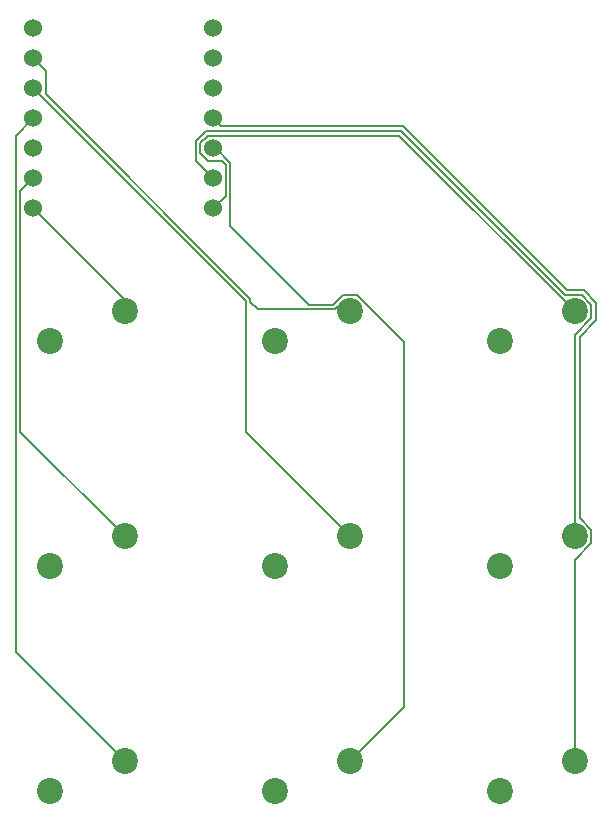
<source format=gbr>
%TF.GenerationSoftware,KiCad,Pcbnew,8.0.1+b2*%
%TF.CreationDate,2025-07-27T15:44:50+02:00*%
%TF.ProjectId,Hackpad,4861636b-7061-4642-9e6b-696361645f70,rev?*%
%TF.SameCoordinates,Original*%
%TF.FileFunction,Copper,L2,Bot*%
%TF.FilePolarity,Positive*%
%FSLAX46Y46*%
G04 Gerber Fmt 4.6, Leading zero omitted, Abs format (unit mm)*
G04 Created by KiCad (PCBNEW 8.0.1+b2) date 2025-07-27 15:44:50*
%MOMM*%
%LPD*%
G01*
G04 APERTURE LIST*
%TA.AperFunction,ComponentPad*%
%ADD10C,2.200000*%
%TD*%
%TA.AperFunction,ComponentPad*%
%ADD11C,1.524000*%
%TD*%
%TA.AperFunction,Conductor*%
%ADD12C,0.200000*%
%TD*%
G04 APERTURE END LIST*
D10*
%TO.P,SW3,1,1*%
%TO.N,Net-(U1-GPIO4{slash}MISO)*%
X81121250Y-106838750D03*
%TO.P,SW3,2,2*%
%TO.N,GND*%
X74771250Y-109378750D03*
%TD*%
%TO.P,SW1,1,1*%
%TO.N,Net-(U1-GPIO1{slash}RX)*%
X100171250Y-68738750D03*
%TO.P,SW1,2,2*%
%TO.N,GND*%
X93821250Y-71278750D03*
%TD*%
%TO.P,SW10,1,1*%
%TO.N,Net-(U1-GPIO27{slash}ADC1{slash}A1)*%
X81121250Y-68738750D03*
%TO.P,SW10,2,2*%
%TO.N,GND*%
X74771250Y-71278750D03*
%TD*%
%TO.P,SW4,1,1*%
%TO.N,Net-(U1-GPIO3{slash}MOSI)*%
X100171250Y-106838750D03*
%TO.P,SW4,2,2*%
%TO.N,GND*%
X93821250Y-109378750D03*
%TD*%
%TO.P,SW7,1,1*%
%TO.N,Net-(U1-GPIO29{slash}ADC3{slash}A3)*%
X62071250Y-106838750D03*
%TO.P,SW7,2,2*%
%TO.N,GND*%
X55721250Y-109378750D03*
%TD*%
%TO.P,SW8,1,1*%
%TO.N,Net-(U1-GPIO7{slash}SCL)*%
X62071250Y-87788750D03*
%TO.P,SW8,2,2*%
%TO.N,GND*%
X55721250Y-90328750D03*
%TD*%
%TO.P,SW2,1,1*%
%TO.N,Net-(U1-GPIO2{slash}SCK)*%
X100171250Y-87788750D03*
%TO.P,SW2,2,2*%
%TO.N,GND*%
X93821250Y-90328750D03*
%TD*%
D11*
%TO.P,U1,1,GPIO26/ADC0/A0*%
%TO.N,unconnected-(U1-GPIO26{slash}ADC0{slash}A0-Pad1)*%
X54292500Y-44767500D03*
%TO.P,U1,2,GPIO27/ADC1/A1*%
%TO.N,Net-(U1-GPIO27{slash}ADC1{slash}A1)*%
X54292500Y-47307500D03*
%TO.P,U1,3,GPIO28/ADC2/A2*%
%TO.N,Net-(U1-GPIO28{slash}ADC2{slash}A2)*%
X54292500Y-49847500D03*
%TO.P,U1,4,GPIO29/ADC3/A3*%
%TO.N,Net-(U1-GPIO29{slash}ADC3{slash}A3)*%
X54292500Y-52387500D03*
%TO.P,U1,5,GPIO6/SDA*%
%TO.N,Net-(D1-DIN)*%
X54292500Y-54927500D03*
%TO.P,U1,6,GPIO7/SCL*%
%TO.N,Net-(U1-GPIO7{slash}SCL)*%
X54292500Y-57467500D03*
%TO.P,U1,7,GPIO0/TX*%
%TO.N,Net-(U1-GPIO0{slash}TX)*%
X54292500Y-60007500D03*
%TO.P,U1,8,GPIO1/RX*%
%TO.N,Net-(U1-GPIO1{slash}RX)*%
X69532500Y-60007500D03*
%TO.P,U1,9,GPIO2/SCK*%
%TO.N,Net-(U1-GPIO2{slash}SCK)*%
X69532500Y-57467500D03*
%TO.P,U1,10,GPIO4/MISO*%
%TO.N,Net-(U1-GPIO4{slash}MISO)*%
X69532500Y-54927500D03*
%TO.P,U1,11,GPIO3/MOSI*%
%TO.N,Net-(U1-GPIO3{slash}MOSI)*%
X69532500Y-52387500D03*
%TO.P,U1,12,3V3*%
%TO.N,unconnected-(U1-3V3-Pad12)*%
X69532500Y-49847500D03*
%TO.P,U1,13,GND*%
%TO.N,GND*%
X69532500Y-47307500D03*
%TO.P,U1,14,VBUS*%
%TO.N,+5V*%
X69532500Y-44767500D03*
%TD*%
D10*
%TO.P,SW9,1,1*%
%TO.N,Net-(U1-GPIO0{slash}TX)*%
X62071250Y-68738750D03*
%TO.P,SW9,2,2*%
%TO.N,GND*%
X55721250Y-71278750D03*
%TD*%
%TO.P,SW6,1,1*%
%TO.N,Net-(U1-GPIO28{slash}ADC2{slash}A2)*%
X81121250Y-87788750D03*
%TO.P,SW6,2,2*%
%TO.N,GND*%
X74771250Y-90328750D03*
%TD*%
D12*
%TO.N,Net-(U1-GPIO1{slash}RX)*%
X70594500Y-56307000D02*
X70594500Y-58945500D01*
X85298000Y-53865500D02*
X69092605Y-53865500D01*
X100171250Y-68738750D02*
X85298000Y-53865500D01*
X68470500Y-54487605D02*
X68470500Y-55367395D01*
X68470500Y-55367395D02*
X69092605Y-55989500D01*
X70594500Y-58945500D02*
X69532500Y-60007500D01*
X70277000Y-55989500D02*
X70594500Y-56307000D01*
X69092605Y-53865500D02*
X68470500Y-54487605D01*
X69092605Y-55989500D02*
X70277000Y-55989500D01*
%TO.N,Net-(U1-GPIO2{slash}SCK)*%
X101571250Y-68158851D02*
X100751149Y-67338750D01*
X68926919Y-53465500D02*
X68070500Y-54321920D01*
X100171250Y-87788750D02*
X100171250Y-70718649D01*
X100171250Y-70718649D02*
X101571250Y-69318649D01*
X99336935Y-67338750D02*
X85463685Y-53465500D01*
X85463685Y-53465500D02*
X68926919Y-53465500D01*
X68070500Y-56005500D02*
X69532500Y-57467500D01*
X101571250Y-69318649D02*
X101571250Y-68158851D01*
X68070500Y-54321920D02*
X68070500Y-56005500D01*
X100751149Y-67338750D02*
X99336935Y-67338750D01*
%TO.N,Net-(U1-GPIO4{slash}MISO)*%
X80541351Y-67338750D02*
X79721250Y-68158851D01*
X77683851Y-68158851D02*
X70994500Y-61469500D01*
X85725000Y-71362601D02*
X81701149Y-67338750D01*
X81121250Y-106838750D02*
X85725000Y-102235000D01*
X70994500Y-61469500D02*
X70994500Y-56141314D01*
X85725000Y-102235000D02*
X85725000Y-71362601D01*
X69780686Y-54927500D02*
X69532500Y-54927500D01*
X70994500Y-56141314D02*
X69780686Y-54927500D01*
X79721250Y-68158851D02*
X77683851Y-68158851D01*
X81701149Y-67338750D02*
X80541351Y-67338750D01*
%TO.N,Net-(U1-GPIO3{slash}MOSI)*%
X70210500Y-53065500D02*
X69532500Y-52387500D01*
X99502621Y-66938750D02*
X85629370Y-53065500D01*
X100171250Y-89768649D02*
X101571250Y-88368649D01*
X100171250Y-106838750D02*
X100171250Y-89768649D01*
X85629370Y-53065500D02*
X70210500Y-53065500D01*
X100571250Y-86208851D02*
X100571250Y-70884335D01*
X100571250Y-70884335D02*
X101971250Y-69484334D01*
X101571250Y-87208851D02*
X100571250Y-86208851D01*
X101971250Y-67993165D02*
X100916834Y-66938750D01*
X100916834Y-66938750D02*
X99502621Y-66938750D01*
X101571250Y-88368649D02*
X101571250Y-87208851D01*
X101971250Y-69484334D02*
X101971250Y-67993165D01*
%TO.N,Net-(U1-GPIO28{slash}ADC2{slash}A2)*%
X72301250Y-67856250D02*
X54292500Y-49847500D01*
X72301250Y-78968750D02*
X72301250Y-67856250D01*
X81121250Y-87788750D02*
X72301250Y-78968750D01*
%TO.N,Net-(U1-GPIO29{slash}ADC3{slash}A3)*%
X52830500Y-97598000D02*
X52830500Y-53849500D01*
X62071250Y-106838750D02*
X52830500Y-97598000D01*
X52830500Y-53849500D02*
X54292500Y-52387500D01*
%TO.N,Net-(U1-GPIO7{slash}SCL)*%
X53230500Y-78948000D02*
X53230500Y-58529500D01*
X62071250Y-87788750D02*
X53230500Y-78948000D01*
X53230500Y-58529500D02*
X54292500Y-57467500D01*
%TO.N,Net-(U1-GPIO0{slash}TX)*%
X62071250Y-67786250D02*
X54292500Y-60007500D01*
X62071250Y-68738750D02*
X62071250Y-67786250D01*
%TO.N,Net-(U1-GPIO27{slash}ADC1{slash}A1)*%
X55354500Y-48369500D02*
X54292500Y-47307500D01*
X73321351Y-68558851D02*
X72701250Y-67938750D01*
X72701250Y-67938750D02*
X72701250Y-67690564D01*
X72701250Y-67690564D02*
X55354500Y-50343814D01*
X81121250Y-68738750D02*
X80414143Y-68031643D01*
X80414143Y-68031643D02*
X79886935Y-68558851D01*
X79886935Y-68558851D02*
X73321351Y-68558851D01*
X55354500Y-50343814D02*
X55354500Y-48369500D01*
%TD*%
M02*

</source>
